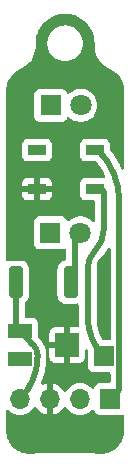
<source format=gbr>
%TF.GenerationSoftware,KiCad,Pcbnew,7.0.9*%
%TF.CreationDate,2025-01-15T18:40:25+09:00*%
%TF.ProjectId,line_short_robt2,6c696e65-5f73-4686-9f72-745f726f6274,rev?*%
%TF.SameCoordinates,Original*%
%TF.FileFunction,Copper,L1,Top*%
%TF.FilePolarity,Positive*%
%FSLAX46Y46*%
G04 Gerber Fmt 4.6, Leading zero omitted, Abs format (unit mm)*
G04 Created by KiCad (PCBNEW 7.0.9) date 2025-01-15 18:40:25*
%MOMM*%
%LPD*%
G01*
G04 APERTURE LIST*
G04 Aperture macros list*
%AMRoundRect*
0 Rectangle with rounded corners*
0 $1 Rounding radius*
0 $2 $3 $4 $5 $6 $7 $8 $9 X,Y pos of 4 corners*
0 Add a 4 corners polygon primitive as box body*
4,1,4,$2,$3,$4,$5,$6,$7,$8,$9,$2,$3,0*
0 Add four circle primitives for the rounded corners*
1,1,$1+$1,$2,$3*
1,1,$1+$1,$4,$5*
1,1,$1+$1,$6,$7*
1,1,$1+$1,$8,$9*
0 Add four rect primitives between the rounded corners*
20,1,$1+$1,$2,$3,$4,$5,0*
20,1,$1+$1,$4,$5,$6,$7,0*
20,1,$1+$1,$6,$7,$8,$9,0*
20,1,$1+$1,$8,$9,$2,$3,0*%
G04 Aperture macros list end*
%TA.AperFunction,ComponentPad*%
%ADD10R,1.800000X1.800000*%
%TD*%
%TA.AperFunction,ComponentPad*%
%ADD11C,1.800000*%
%TD*%
%TA.AperFunction,SMDPad,CuDef*%
%ADD12R,1.500000X0.900000*%
%TD*%
%TA.AperFunction,ComponentPad*%
%ADD13R,1.700000X1.700000*%
%TD*%
%TA.AperFunction,ComponentPad*%
%ADD14O,1.700000X1.700000*%
%TD*%
%TA.AperFunction,SMDPad,CuDef*%
%ADD15RoundRect,0.250000X-0.362500X-1.075000X0.362500X-1.075000X0.362500X1.075000X-0.362500X1.075000X0*%
%TD*%
%TA.AperFunction,SMDPad,CuDef*%
%ADD16R,2.000000X1.300000*%
%TD*%
%TA.AperFunction,SMDPad,CuDef*%
%ADD17R,2.000000X2.000000*%
%TD*%
%TA.AperFunction,ViaPad*%
%ADD18C,0.800000*%
%TD*%
%TA.AperFunction,Conductor*%
%ADD19C,0.500000*%
%TD*%
G04 APERTURE END LIST*
D10*
%TO.P,Q1,1,C*%
%TO.N,+3.3V*%
X129655000Y-64040000D03*
D11*
%TO.P,Q1,2,E*%
%TO.N,Net-(Q1-E)*%
X132195000Y-64040000D03*
%TD*%
D12*
%TO.P,D1,1,DOUT*%
%TO.N,unconnected-(D1-DOUT-Pad1)*%
X128510000Y-67820000D03*
%TO.P,D1,2,GND*%
%TO.N,GND*%
X128510000Y-71120000D03*
%TO.P,D1,3,VDD*%
%TO.N,+5V*%
X133410000Y-71120000D03*
%TO.P,D1,4,DIN*%
%TO.N,/PWM*%
X133410000Y-67820000D03*
%TD*%
D10*
%TO.P,Q2,1,C*%
%TO.N,+3.3V*%
X129635000Y-74840000D03*
D11*
%TO.P,Q2,2,E*%
%TO.N,Net-(Q1-E)*%
X132175000Y-74840000D03*
%TD*%
D13*
%TO.P,J1,1,Pin_1*%
%TO.N,/PWM*%
X134675000Y-88900000D03*
D14*
%TO.P,J1,2,Pin_2*%
%TO.N,+3.3V*%
X132135000Y-88900000D03*
%TO.P,J1,3,Pin_3*%
%TO.N,GND*%
X129595000Y-88900000D03*
%TO.P,J1,4,Pin_4*%
%TO.N,/S*%
X127055000Y-88900000D03*
%TD*%
D15*
%TO.P,R1,1*%
%TO.N,/S*%
X126712500Y-79000000D03*
%TO.P,R1,2*%
%TO.N,Net-(Q1-E)*%
X131337500Y-79000000D03*
%TD*%
D13*
%TO.P,J2,1,Pin_1*%
%TO.N,+5V*%
X134150000Y-85275000D03*
%TD*%
D16*
%TO.P,RV1,1,1*%
%TO.N,unconnected-(RV1-Pad1)*%
X127050000Y-85475000D03*
D17*
%TO.P,RV1,2,2*%
%TO.N,GND*%
X131050000Y-84325000D03*
D16*
%TO.P,RV1,3,3*%
%TO.N,/S*%
X127050000Y-83175000D03*
%TD*%
D18*
%TO.N,GND*%
X127030000Y-75030000D03*
X129140000Y-91840000D03*
X134850000Y-63890000D03*
X133010000Y-91890000D03*
X131210000Y-81840000D03*
X130260000Y-86900000D03*
X134200000Y-79580000D03*
X131090000Y-69510000D03*
X127050000Y-63810000D03*
X128290000Y-69480000D03*
X134140000Y-82180000D03*
%TD*%
D19*
%TO.N,+5V*%
X134140000Y-71350000D02*
X133858000Y-71068000D01*
X132790000Y-81991767D02*
X132790000Y-77822127D01*
X134140000Y-74562964D02*
X134140000Y-71350000D01*
X133385512Y-76384544D02*
G75*
G03*
X134140000Y-74562964I-1821612J1821544D01*
G01*
X133385465Y-76384497D02*
G75*
G03*
X132790000Y-77822127I1437635J-1437603D01*
G01*
X132790025Y-81991767D02*
G75*
G03*
X134150000Y-85275000I4643075J-33D01*
G01*
%TO.N,/PWM*%
X135470000Y-88105000D02*
X134675000Y-88900000D01*
X133410000Y-67820000D02*
X133665082Y-67820000D01*
X135470000Y-72177357D02*
X135470000Y-88105000D01*
X135470040Y-72177357D02*
G75*
G03*
X133665082Y-67820000I-6162140J-43D01*
G01*
%TO.N,/S*%
X126710000Y-82835000D02*
X126710000Y-79002500D01*
X128540005Y-85314897D02*
X128540006Y-85188157D01*
X126710000Y-79002500D02*
X126712500Y-79000000D01*
X127050000Y-83175000D02*
X126710000Y-82835000D01*
X128170089Y-84295089D02*
X127050000Y-83175000D01*
X127055026Y-88900026D02*
G75*
G03*
X128540005Y-85314897I-3585226J3585126D01*
G01*
X128539963Y-85188157D02*
G75*
G03*
X128170089Y-84295089I-1262963J57D01*
G01*
%TO.N,Net-(Q1-E)*%
X131720000Y-75295000D02*
X132175000Y-74840000D01*
X131337500Y-79000000D02*
X131720000Y-78617500D01*
X131720000Y-78617500D02*
X131720000Y-75295000D01*
%TD*%
%TA.AperFunction,Conductor*%
%TO.N,GND*%
G36*
X129845000Y-90230633D02*
G01*
X130058483Y-90173433D01*
X130058492Y-90173429D01*
X130272578Y-90073600D01*
X130466082Y-89938105D01*
X130633105Y-89771082D01*
X130763119Y-89585405D01*
X130817696Y-89541781D01*
X130887195Y-89534588D01*
X130949549Y-89566110D01*
X130966269Y-89585405D01*
X131096505Y-89771401D01*
X131263599Y-89938495D01*
X131360384Y-90006265D01*
X131457165Y-90074032D01*
X131457167Y-90074033D01*
X131457170Y-90074035D01*
X131671337Y-90173903D01*
X131899592Y-90235063D01*
X132076034Y-90250500D01*
X132134999Y-90255659D01*
X132135000Y-90255659D01*
X132135001Y-90255659D01*
X132193966Y-90250500D01*
X132370408Y-90235063D01*
X132598663Y-90173903D01*
X132812830Y-90074035D01*
X133006401Y-89938495D01*
X133128329Y-89816566D01*
X133189648Y-89783084D01*
X133259340Y-89788068D01*
X133315274Y-89829939D01*
X133332189Y-89860917D01*
X133381202Y-89992328D01*
X133381206Y-89992335D01*
X133467452Y-90107544D01*
X133467455Y-90107547D01*
X133582664Y-90193793D01*
X133582671Y-90193797D01*
X133717517Y-90244091D01*
X133717516Y-90244091D01*
X133723525Y-90244737D01*
X133777127Y-90250500D01*
X135572872Y-90250499D01*
X135632483Y-90244091D01*
X135707167Y-90216236D01*
X135776859Y-90211252D01*
X135838182Y-90244737D01*
X135871666Y-90306061D01*
X135874500Y-90332418D01*
X135874500Y-91548048D01*
X135874377Y-91551945D01*
X135868512Y-91645100D01*
X135857692Y-91803701D01*
X135856736Y-91811113D01*
X135834434Y-91927950D01*
X135806904Y-92060797D01*
X135805154Y-92067391D01*
X135766872Y-92185136D01*
X135722973Y-92309015D01*
X135720625Y-92314724D01*
X135666957Y-92428691D01*
X135607337Y-92544116D01*
X135604586Y-92548905D01*
X135537188Y-92655024D01*
X135535563Y-92657455D01*
X135461955Y-92762101D01*
X135458997Y-92765973D01*
X135378564Y-92863112D01*
X135376207Y-92865797D01*
X135289318Y-92959213D01*
X135286338Y-92962206D01*
X135194233Y-93048606D01*
X135191057Y-93051389D01*
X135092313Y-93132117D01*
X135089483Y-93134298D01*
X134987371Y-93208394D01*
X134983317Y-93211099D01*
X134874225Y-93277851D01*
X134871697Y-93279317D01*
X134761465Y-93339820D01*
X134756510Y-93342259D01*
X134637519Y-93394389D01*
X134520362Y-93440672D01*
X134514515Y-93442652D01*
X134388081Y-93478555D01*
X134268141Y-93509243D01*
X134261448Y-93510568D01*
X134127073Y-93529568D01*
X134009086Y-93544361D01*
X134001630Y-93544843D01*
X133842611Y-93545518D01*
X133749330Y-93545424D01*
X133745426Y-93545297D01*
X133720228Y-93543682D01*
X133720200Y-93543686D01*
X133173648Y-93508731D01*
X132024699Y-93464677D01*
X130875000Y-93449989D01*
X129725301Y-93464677D01*
X128576352Y-93508731D01*
X128056709Y-93541965D01*
X128056673Y-93541956D01*
X128004575Y-93545297D01*
X128000670Y-93545424D01*
X127907388Y-93545518D01*
X127748361Y-93544843D01*
X127740904Y-93544361D01*
X127622950Y-93529571D01*
X127488541Y-93510566D01*
X127481848Y-93509241D01*
X127439512Y-93498409D01*
X127361951Y-93478564D01*
X127235477Y-93442649D01*
X127229631Y-93440669D01*
X127112503Y-93394399D01*
X126993474Y-93342252D01*
X126988520Y-93339814D01*
X126927490Y-93306317D01*
X126878300Y-93279318D01*
X126875807Y-93277872D01*
X126816995Y-93241885D01*
X126766675Y-93211093D01*
X126762622Y-93208389D01*
X126660524Y-93134305D01*
X126657693Y-93132123D01*
X126558932Y-93051381D01*
X126555756Y-93048598D01*
X126513477Y-93008937D01*
X126463648Y-92962194D01*
X126460699Y-92959232D01*
X126373791Y-92865797D01*
X126371434Y-92863112D01*
X126290995Y-92765965D01*
X126288044Y-92762101D01*
X126283809Y-92756081D01*
X126214389Y-92657388D01*
X126212842Y-92655074D01*
X126145412Y-92548905D01*
X126142665Y-92544121D01*
X126135626Y-92530495D01*
X126083035Y-92428675D01*
X126029375Y-92314725D01*
X126027033Y-92309034D01*
X125983123Y-92185122D01*
X125944844Y-92067392D01*
X125943097Y-92060811D01*
X125915565Y-91927950D01*
X125893263Y-91811113D01*
X125892307Y-91803713D01*
X125881484Y-91645066D01*
X125875623Y-91551946D01*
X125875500Y-91548050D01*
X125875500Y-89929758D01*
X125895185Y-89862719D01*
X125947989Y-89816964D01*
X126017147Y-89807020D01*
X126080703Y-89836045D01*
X126087181Y-89842077D01*
X126183599Y-89938495D01*
X126280384Y-90006265D01*
X126377165Y-90074032D01*
X126377167Y-90074033D01*
X126377170Y-90074035D01*
X126591337Y-90173903D01*
X126819592Y-90235063D01*
X126996034Y-90250500D01*
X127054999Y-90255659D01*
X127055000Y-90255659D01*
X127055001Y-90255659D01*
X127113966Y-90250500D01*
X127290408Y-90235063D01*
X127518663Y-90173903D01*
X127732830Y-90074035D01*
X127926401Y-89938495D01*
X128093495Y-89771401D01*
X128223730Y-89585405D01*
X128278307Y-89541781D01*
X128347805Y-89534587D01*
X128410160Y-89566110D01*
X128426879Y-89585405D01*
X128556890Y-89771078D01*
X128723917Y-89938105D01*
X128917421Y-90073600D01*
X129131507Y-90173429D01*
X129131516Y-90173433D01*
X129345000Y-90230634D01*
X129345000Y-89335501D01*
X129452685Y-89384680D01*
X129559237Y-89400000D01*
X129630763Y-89400000D01*
X129737315Y-89384680D01*
X129845000Y-89335501D01*
X129845000Y-90230633D01*
G37*
%TD.AperFunction*%
%TA.AperFunction,Conductor*%
G36*
X130950154Y-56270776D02*
G01*
X130954877Y-56271061D01*
X131106898Y-56280257D01*
X131110809Y-56280622D01*
X131252559Y-56298529D01*
X131255949Y-56299054D01*
X131410403Y-56327359D01*
X131414631Y-56328287D01*
X131552916Y-56363793D01*
X131555868Y-56364630D01*
X131705965Y-56411403D01*
X131710266Y-56412923D01*
X131842886Y-56465430D01*
X131845450Y-56466514D01*
X131988945Y-56531096D01*
X131993332Y-56533285D01*
X132119210Y-56602487D01*
X132255122Y-56684649D01*
X132259476Y-56687538D01*
X132375320Y-56771704D01*
X132403498Y-56793780D01*
X132500473Y-56869755D01*
X132504680Y-56873366D01*
X132608614Y-56970966D01*
X132721270Y-57083622D01*
X132725204Y-57087945D01*
X132815580Y-57197192D01*
X132914157Y-57323016D01*
X132917699Y-57328030D01*
X132928196Y-57344569D01*
X132993065Y-57446787D01*
X133006955Y-57469763D01*
X133076219Y-57584340D01*
X133079248Y-57589995D01*
X133111244Y-57657990D01*
X133138392Y-57715683D01*
X133204959Y-57863590D01*
X133207388Y-57869880D01*
X133249360Y-57999054D01*
X133298450Y-58156589D01*
X133300161Y-58163422D01*
X133324280Y-58289855D01*
X133355261Y-58458917D01*
X133356155Y-58466206D01*
X133362030Y-58559588D01*
X133374387Y-58763863D01*
X133374500Y-58767608D01*
X133374500Y-59006256D01*
X133374447Y-59006436D01*
X133374498Y-59112388D01*
X133374535Y-59189674D01*
X133382882Y-59252617D01*
X133409249Y-59451460D01*
X133409250Y-59451464D01*
X133478073Y-59706425D01*
X133579814Y-59950131D01*
X133712701Y-60178344D01*
X133762229Y-60242276D01*
X133874435Y-60387114D01*
X134062205Y-60572813D01*
X134272753Y-60732221D01*
X134386109Y-60796555D01*
X134502426Y-60862570D01*
X134502432Y-60862573D01*
X134577797Y-60893099D01*
X134622460Y-60911190D01*
X134622915Y-60911374D01*
X134626626Y-60913021D01*
X134679964Y-60938808D01*
X134798888Y-60997500D01*
X134869655Y-61032425D01*
X134876301Y-61036234D01*
X134971362Y-61098806D01*
X135102342Y-61189739D01*
X135107588Y-61193813D01*
X135201041Y-61274784D01*
X135310892Y-61378183D01*
X135314797Y-61382209D01*
X135398110Y-61476243D01*
X135400394Y-61478976D01*
X135491217Y-61594243D01*
X135493927Y-61597958D01*
X135564637Y-61702840D01*
X135567064Y-61706745D01*
X135639869Y-61834185D01*
X135641545Y-61837326D01*
X135659392Y-61873223D01*
X135697468Y-61949814D01*
X135699739Y-61954954D01*
X135754392Y-62095552D01*
X135761704Y-62116928D01*
X135794411Y-62212560D01*
X135796220Y-62218951D01*
X135831391Y-62374450D01*
X135853754Y-62486079D01*
X135854793Y-62493673D01*
X135870263Y-62701960D01*
X135874365Y-62764116D01*
X135874500Y-62768200D01*
X135874500Y-69345902D01*
X135854815Y-69412941D01*
X135802011Y-69458696D01*
X135732853Y-69468640D01*
X135669297Y-69439615D01*
X135637707Y-69397415D01*
X135493245Y-69081104D01*
X135493244Y-69081102D01*
X135256591Y-68647724D01*
X135243623Y-68627547D01*
X134989622Y-68232330D01*
X134989622Y-68232329D01*
X134693709Y-67837055D01*
X134693705Y-67837050D01*
X134690779Y-67833673D01*
X134661760Y-67770115D01*
X134660499Y-67752478D01*
X134660499Y-67322129D01*
X134660498Y-67322123D01*
X134660497Y-67322116D01*
X134654091Y-67262517D01*
X134603796Y-67127669D01*
X134603795Y-67127668D01*
X134603793Y-67127664D01*
X134517547Y-67012455D01*
X134517544Y-67012452D01*
X134402335Y-66926206D01*
X134402328Y-66926202D01*
X134267482Y-66875908D01*
X134267483Y-66875908D01*
X134207883Y-66869501D01*
X134207881Y-66869500D01*
X134207873Y-66869500D01*
X134207864Y-66869500D01*
X132612129Y-66869500D01*
X132612123Y-66869501D01*
X132552516Y-66875908D01*
X132417671Y-66926202D01*
X132417664Y-66926206D01*
X132302455Y-67012452D01*
X132302452Y-67012455D01*
X132216206Y-67127664D01*
X132216202Y-67127671D01*
X132165908Y-67262517D01*
X132159501Y-67322116D01*
X132159501Y-67322123D01*
X132159500Y-67322135D01*
X132159500Y-68317870D01*
X132159501Y-68317876D01*
X132165908Y-68377483D01*
X132216202Y-68512328D01*
X132216206Y-68512335D01*
X132302452Y-68627544D01*
X132302455Y-68627547D01*
X132417664Y-68713793D01*
X132417671Y-68713797D01*
X132552517Y-68764091D01*
X132552516Y-68764091D01*
X132559444Y-68764835D01*
X132612127Y-68770500D01*
X133447684Y-68770499D01*
X133514723Y-68790183D01*
X133545061Y-68817729D01*
X133684433Y-68994511D01*
X133687296Y-68998452D01*
X133920676Y-69347715D01*
X133923209Y-69351848D01*
X134067532Y-69609544D01*
X134128468Y-69718348D01*
X134130679Y-69722687D01*
X134255570Y-69993584D01*
X134265761Y-70062707D01*
X134236964Y-70126366D01*
X134178322Y-70164351D01*
X134142961Y-70169500D01*
X132612129Y-70169500D01*
X132612123Y-70169501D01*
X132552516Y-70175908D01*
X132417671Y-70226202D01*
X132417664Y-70226206D01*
X132302455Y-70312452D01*
X132302452Y-70312455D01*
X132216206Y-70427664D01*
X132216202Y-70427671D01*
X132165908Y-70562517D01*
X132159501Y-70622116D01*
X132159500Y-70622135D01*
X132159500Y-71617870D01*
X132159501Y-71617876D01*
X132165908Y-71677483D01*
X132216202Y-71812328D01*
X132216206Y-71812335D01*
X132302452Y-71927544D01*
X132302455Y-71927547D01*
X132417664Y-72013793D01*
X132417671Y-72013797D01*
X132462618Y-72030561D01*
X132552517Y-72064091D01*
X132612127Y-72070500D01*
X133265500Y-72070499D01*
X133332539Y-72090183D01*
X133378294Y-72142987D01*
X133389500Y-72194499D01*
X133389500Y-73773688D01*
X133369815Y-73840727D01*
X133317011Y-73886482D01*
X133247853Y-73896426D01*
X133184297Y-73867401D01*
X133174270Y-73857671D01*
X133126781Y-73806084D01*
X133126777Y-73806081D01*
X132943634Y-73663535D01*
X132943628Y-73663531D01*
X132739504Y-73553064D01*
X132739495Y-73553061D01*
X132519984Y-73477702D01*
X132329450Y-73445908D01*
X132291049Y-73439500D01*
X132058951Y-73439500D01*
X132020550Y-73445908D01*
X131830015Y-73477702D01*
X131610504Y-73553061D01*
X131610495Y-73553064D01*
X131406371Y-73663531D01*
X131406365Y-73663535D01*
X131223222Y-73806081D01*
X131223218Y-73806085D01*
X131214866Y-73815158D01*
X131154979Y-73851148D01*
X131085141Y-73849047D01*
X131027525Y-73809522D01*
X131007455Y-73774507D01*
X130978797Y-73697671D01*
X130978793Y-73697664D01*
X130892547Y-73582455D01*
X130892544Y-73582452D01*
X130777335Y-73496206D01*
X130777328Y-73496202D01*
X130642482Y-73445908D01*
X130642483Y-73445908D01*
X130582883Y-73439501D01*
X130582881Y-73439500D01*
X130582873Y-73439500D01*
X130582864Y-73439500D01*
X128687129Y-73439500D01*
X128687123Y-73439501D01*
X128627516Y-73445908D01*
X128492671Y-73496202D01*
X128492664Y-73496206D01*
X128377455Y-73582452D01*
X128377452Y-73582455D01*
X128291206Y-73697664D01*
X128291202Y-73697671D01*
X128240908Y-73832517D01*
X128234501Y-73892116D01*
X128234500Y-73892135D01*
X128234500Y-75787870D01*
X128234501Y-75787876D01*
X128240908Y-75847483D01*
X128291202Y-75982328D01*
X128291206Y-75982335D01*
X128377452Y-76097544D01*
X128377455Y-76097547D01*
X128492664Y-76183793D01*
X128492671Y-76183797D01*
X128627517Y-76234091D01*
X128627516Y-76234091D01*
X128634444Y-76234835D01*
X128687127Y-76240500D01*
X130582872Y-76240499D01*
X130642483Y-76234091D01*
X130777331Y-76183796D01*
X130777334Y-76183793D01*
X130785114Y-76179546D01*
X130786776Y-76182590D01*
X130836584Y-76163981D01*
X130904865Y-76178794D01*
X130954298Y-76228171D01*
X130969500Y-76287660D01*
X130969500Y-77057975D01*
X130949815Y-77125014D01*
X130897011Y-77170769D01*
X130858104Y-77181333D01*
X130822201Y-77185001D01*
X130822200Y-77185001D01*
X130655668Y-77240185D01*
X130655663Y-77240187D01*
X130506342Y-77332289D01*
X130382289Y-77456342D01*
X130290187Y-77605663D01*
X130290186Y-77605666D01*
X130235001Y-77772203D01*
X130235001Y-77772204D01*
X130235000Y-77772204D01*
X130224500Y-77874983D01*
X130224500Y-80125001D01*
X130224501Y-80125018D01*
X130235000Y-80227796D01*
X130235001Y-80227799D01*
X130290185Y-80394331D01*
X130290186Y-80394334D01*
X130382288Y-80543656D01*
X130506344Y-80667712D01*
X130655666Y-80759814D01*
X130822203Y-80814999D01*
X130924991Y-80825500D01*
X131750008Y-80825499D01*
X131750016Y-80825498D01*
X131750019Y-80825498D01*
X131806302Y-80819748D01*
X131852797Y-80814999D01*
X131876495Y-80807145D01*
X131946324Y-80804744D01*
X132006366Y-80840475D01*
X132037559Y-80902996D01*
X132039500Y-80924852D01*
X132039500Y-82036799D01*
X132039524Y-82037647D01*
X132039524Y-82203684D01*
X132072775Y-82626208D01*
X132081548Y-82681603D01*
X132072593Y-82750896D01*
X132027597Y-82804348D01*
X131960845Y-82824987D01*
X131959075Y-82825000D01*
X131300000Y-82825000D01*
X131300000Y-85825000D01*
X132097828Y-85825000D01*
X132097844Y-85824999D01*
X132157372Y-85818598D01*
X132157379Y-85818596D01*
X132292086Y-85768354D01*
X132292093Y-85768350D01*
X132407187Y-85682190D01*
X132407190Y-85682187D01*
X132493350Y-85567093D01*
X132493354Y-85567086D01*
X132543596Y-85432379D01*
X132543598Y-85432372D01*
X132549999Y-85372844D01*
X132550000Y-85372827D01*
X132550000Y-84785636D01*
X132569685Y-84718597D01*
X132622489Y-84672842D01*
X132691647Y-84662898D01*
X132755203Y-84691923D01*
X132779727Y-84720847D01*
X132781230Y-84723298D01*
X132799500Y-84788084D01*
X132799500Y-86172870D01*
X132799501Y-86172876D01*
X132805908Y-86232483D01*
X132856202Y-86367328D01*
X132856206Y-86367335D01*
X132942452Y-86482544D01*
X132942455Y-86482547D01*
X133057664Y-86568793D01*
X133057671Y-86568797D01*
X133192517Y-86619091D01*
X133192516Y-86619091D01*
X133199444Y-86619835D01*
X133252127Y-86625500D01*
X134595500Y-86625499D01*
X134662539Y-86645184D01*
X134708294Y-86697987D01*
X134719500Y-86749499D01*
X134719500Y-87425500D01*
X134699815Y-87492539D01*
X134647011Y-87538294D01*
X134595500Y-87549500D01*
X133777129Y-87549500D01*
X133777123Y-87549501D01*
X133717516Y-87555908D01*
X133582671Y-87606202D01*
X133582664Y-87606206D01*
X133467455Y-87692452D01*
X133467452Y-87692455D01*
X133381206Y-87807664D01*
X133381203Y-87807669D01*
X133332189Y-87939083D01*
X133290317Y-87995016D01*
X133224853Y-88019433D01*
X133156580Y-88004581D01*
X133128326Y-87983430D01*
X133006402Y-87861506D01*
X133006395Y-87861501D01*
X132812834Y-87725967D01*
X132812830Y-87725965D01*
X132812828Y-87725964D01*
X132598663Y-87626097D01*
X132598659Y-87626096D01*
X132598655Y-87626094D01*
X132370413Y-87564938D01*
X132370403Y-87564936D01*
X132135001Y-87544341D01*
X132134999Y-87544341D01*
X131899596Y-87564936D01*
X131899586Y-87564938D01*
X131671344Y-87626094D01*
X131671335Y-87626098D01*
X131457171Y-87725964D01*
X131457169Y-87725965D01*
X131263597Y-87861505D01*
X131096508Y-88028594D01*
X130966269Y-88214595D01*
X130911692Y-88258219D01*
X130842193Y-88265412D01*
X130779839Y-88233890D01*
X130763119Y-88214594D01*
X130633113Y-88028926D01*
X130633108Y-88028920D01*
X130466082Y-87861894D01*
X130272578Y-87726399D01*
X130058492Y-87626570D01*
X130058486Y-87626567D01*
X129845000Y-87569364D01*
X129845000Y-88464498D01*
X129737315Y-88415320D01*
X129630763Y-88400000D01*
X129559237Y-88400000D01*
X129452685Y-88415320D01*
X129345000Y-88464498D01*
X129345000Y-87569364D01*
X129344999Y-87569364D01*
X129131513Y-87626567D01*
X129131502Y-87626571D01*
X129025197Y-87676142D01*
X128956119Y-87686634D01*
X128892336Y-87658114D01*
X128854097Y-87599637D01*
X128853543Y-87529769D01*
X128858228Y-87516317D01*
X128934962Y-87331064D01*
X128996115Y-87142851D01*
X129076299Y-86896066D01*
X129076299Y-86896065D01*
X129141254Y-86625500D01*
X129183071Y-86451317D01*
X129196374Y-86367328D01*
X129254621Y-85999555D01*
X129290505Y-85543591D01*
X129290505Y-85236016D01*
X129290506Y-85144454D01*
X129290505Y-85144445D01*
X129290505Y-85143338D01*
X129290465Y-85141941D01*
X129290469Y-85075117D01*
X129265158Y-84850390D01*
X129214845Y-84629910D01*
X129195634Y-84575000D01*
X129550000Y-84575000D01*
X129550000Y-85372844D01*
X129556401Y-85432372D01*
X129556403Y-85432379D01*
X129606645Y-85567086D01*
X129606649Y-85567093D01*
X129692809Y-85682187D01*
X129692812Y-85682190D01*
X129807906Y-85768350D01*
X129807913Y-85768354D01*
X129942620Y-85818596D01*
X129942627Y-85818598D01*
X130002155Y-85824999D01*
X130002172Y-85825000D01*
X130800000Y-85825000D01*
X130800000Y-84575000D01*
X129550000Y-84575000D01*
X129195634Y-84575000D01*
X129140163Y-84416450D01*
X129042050Y-84212693D01*
X128955540Y-84075000D01*
X129550000Y-84075000D01*
X130800000Y-84075000D01*
X130800000Y-82825000D01*
X130002155Y-82825000D01*
X129942627Y-82831401D01*
X129942620Y-82831403D01*
X129807913Y-82881645D01*
X129807906Y-82881649D01*
X129692812Y-82967809D01*
X129692809Y-82967812D01*
X129606649Y-83082906D01*
X129606645Y-83082913D01*
X129556403Y-83217620D01*
X129556401Y-83217627D01*
X129550000Y-83277155D01*
X129550000Y-84075000D01*
X128955540Y-84075000D01*
X128921741Y-84021203D01*
X128844630Y-83924500D01*
X128780747Y-83844385D01*
X128771779Y-83835417D01*
X128764892Y-83828530D01*
X128764851Y-83828483D01*
X128689641Y-83753273D01*
X128642859Y-83706487D01*
X128642818Y-83706450D01*
X128586818Y-83650450D01*
X128553333Y-83589127D01*
X128550499Y-83562769D01*
X128550499Y-82477129D01*
X128550498Y-82477123D01*
X128544091Y-82417516D01*
X128493797Y-82282671D01*
X128493793Y-82282664D01*
X128407547Y-82167455D01*
X128407544Y-82167452D01*
X128292335Y-82081206D01*
X128292328Y-82081202D01*
X128157482Y-82030908D01*
X128157483Y-82030908D01*
X128097883Y-82024501D01*
X128097881Y-82024500D01*
X128097873Y-82024500D01*
X128097865Y-82024500D01*
X127584500Y-82024500D01*
X127517461Y-82004815D01*
X127471706Y-81952011D01*
X127460500Y-81900500D01*
X127460500Y-80788209D01*
X127480185Y-80721170D01*
X127519402Y-80682671D01*
X127543656Y-80667712D01*
X127667712Y-80543656D01*
X127759814Y-80394334D01*
X127814999Y-80227797D01*
X127825500Y-80125009D01*
X127825499Y-77874992D01*
X127814999Y-77772203D01*
X127759814Y-77605666D01*
X127667712Y-77456344D01*
X127543656Y-77332288D01*
X127394334Y-77240186D01*
X127227797Y-77185001D01*
X127227795Y-77185000D01*
X127125010Y-77174500D01*
X126299998Y-77174500D01*
X126299980Y-77174501D01*
X126197203Y-77185000D01*
X126197200Y-77185001D01*
X126071489Y-77226658D01*
X126038503Y-77237589D01*
X125968676Y-77239991D01*
X125908634Y-77204259D01*
X125877441Y-77141739D01*
X125875500Y-77119883D01*
X125875500Y-71370000D01*
X127260000Y-71370000D01*
X127260000Y-71617844D01*
X127266401Y-71677372D01*
X127266403Y-71677379D01*
X127316645Y-71812086D01*
X127316649Y-71812093D01*
X127402809Y-71927187D01*
X127402812Y-71927190D01*
X127517906Y-72013350D01*
X127517913Y-72013354D01*
X127652620Y-72063596D01*
X127652627Y-72063598D01*
X127712155Y-72069999D01*
X127712172Y-72070000D01*
X128260000Y-72070000D01*
X128260000Y-71370000D01*
X128760000Y-71370000D01*
X128760000Y-72070000D01*
X129307828Y-72070000D01*
X129307844Y-72069999D01*
X129367372Y-72063598D01*
X129367379Y-72063596D01*
X129502086Y-72013354D01*
X129502093Y-72013350D01*
X129617187Y-71927190D01*
X129617190Y-71927187D01*
X129703350Y-71812093D01*
X129703354Y-71812086D01*
X129753596Y-71677379D01*
X129753598Y-71677372D01*
X129759999Y-71617844D01*
X129760000Y-71617827D01*
X129760000Y-71370000D01*
X128760000Y-71370000D01*
X128260000Y-71370000D01*
X127260000Y-71370000D01*
X125875500Y-71370000D01*
X125875500Y-70870000D01*
X127260000Y-70870000D01*
X128260000Y-70870000D01*
X128260000Y-70170000D01*
X128760000Y-70170000D01*
X128760000Y-70870000D01*
X129760000Y-70870000D01*
X129760000Y-70622172D01*
X129759999Y-70622155D01*
X129753598Y-70562627D01*
X129753596Y-70562620D01*
X129703354Y-70427913D01*
X129703350Y-70427906D01*
X129617190Y-70312812D01*
X129617187Y-70312809D01*
X129502093Y-70226649D01*
X129502086Y-70226645D01*
X129367379Y-70176403D01*
X129367372Y-70176401D01*
X129307844Y-70170000D01*
X128760000Y-70170000D01*
X128260000Y-70170000D01*
X127712155Y-70170000D01*
X127652627Y-70176401D01*
X127652620Y-70176403D01*
X127517913Y-70226645D01*
X127517906Y-70226649D01*
X127402812Y-70312809D01*
X127402809Y-70312812D01*
X127316649Y-70427906D01*
X127316645Y-70427913D01*
X127266403Y-70562620D01*
X127266401Y-70562627D01*
X127260000Y-70622155D01*
X127260000Y-70870000D01*
X125875500Y-70870000D01*
X125875500Y-68317870D01*
X127259500Y-68317870D01*
X127259501Y-68317876D01*
X127265908Y-68377483D01*
X127316202Y-68512328D01*
X127316206Y-68512335D01*
X127402452Y-68627544D01*
X127402455Y-68627547D01*
X127517664Y-68713793D01*
X127517671Y-68713797D01*
X127652517Y-68764091D01*
X127652516Y-68764091D01*
X127659444Y-68764835D01*
X127712127Y-68770500D01*
X129307872Y-68770499D01*
X129367483Y-68764091D01*
X129502331Y-68713796D01*
X129617546Y-68627546D01*
X129703796Y-68512331D01*
X129754091Y-68377483D01*
X129760500Y-68317873D01*
X129760499Y-67322128D01*
X129754091Y-67262517D01*
X129703796Y-67127669D01*
X129703795Y-67127668D01*
X129703793Y-67127664D01*
X129617547Y-67012455D01*
X129617544Y-67012452D01*
X129502335Y-66926206D01*
X129502328Y-66926202D01*
X129367482Y-66875908D01*
X129367483Y-66875908D01*
X129307883Y-66869501D01*
X129307881Y-66869500D01*
X129307873Y-66869500D01*
X129307864Y-66869500D01*
X127712129Y-66869500D01*
X127712123Y-66869501D01*
X127652516Y-66875908D01*
X127517671Y-66926202D01*
X127517664Y-66926206D01*
X127402455Y-67012452D01*
X127402452Y-67012455D01*
X127316206Y-67127664D01*
X127316202Y-67127671D01*
X127265908Y-67262517D01*
X127259501Y-67322116D01*
X127259501Y-67322123D01*
X127259500Y-67322135D01*
X127259500Y-68317870D01*
X125875500Y-68317870D01*
X125875500Y-64987870D01*
X128254500Y-64987870D01*
X128254501Y-64987876D01*
X128260908Y-65047483D01*
X128311202Y-65182328D01*
X128311206Y-65182335D01*
X128397452Y-65297544D01*
X128397455Y-65297547D01*
X128512664Y-65383793D01*
X128512671Y-65383797D01*
X128647517Y-65434091D01*
X128647516Y-65434091D01*
X128654444Y-65434835D01*
X128707127Y-65440500D01*
X130602872Y-65440499D01*
X130662483Y-65434091D01*
X130797331Y-65383796D01*
X130912546Y-65297546D01*
X130998796Y-65182331D01*
X131027455Y-65105493D01*
X131069326Y-65049559D01*
X131134790Y-65025141D01*
X131203063Y-65039992D01*
X131234866Y-65064843D01*
X131242302Y-65072920D01*
X131243215Y-65073912D01*
X131243222Y-65073918D01*
X131426365Y-65216464D01*
X131426371Y-65216468D01*
X131426374Y-65216470D01*
X131630497Y-65326936D01*
X131744487Y-65366068D01*
X131850015Y-65402297D01*
X131850017Y-65402297D01*
X131850019Y-65402298D01*
X132078951Y-65440500D01*
X132078952Y-65440500D01*
X132311048Y-65440500D01*
X132311049Y-65440500D01*
X132539981Y-65402298D01*
X132759503Y-65326936D01*
X132963626Y-65216470D01*
X133146784Y-65073913D01*
X133303979Y-64903153D01*
X133430924Y-64708849D01*
X133524157Y-64496300D01*
X133581134Y-64271305D01*
X133600300Y-64040000D01*
X133600300Y-64039993D01*
X133581135Y-63808702D01*
X133581133Y-63808691D01*
X133524157Y-63583699D01*
X133430924Y-63371151D01*
X133303983Y-63176852D01*
X133303980Y-63176849D01*
X133303979Y-63176847D01*
X133146784Y-63006087D01*
X133146779Y-63006083D01*
X133146777Y-63006081D01*
X132963634Y-62863535D01*
X132963628Y-62863531D01*
X132759504Y-62753064D01*
X132759495Y-62753061D01*
X132539984Y-62677702D01*
X132349450Y-62645908D01*
X132311049Y-62639500D01*
X132078951Y-62639500D01*
X132040550Y-62645908D01*
X131850015Y-62677702D01*
X131630504Y-62753061D01*
X131630495Y-62753064D01*
X131426371Y-62863531D01*
X131426365Y-62863535D01*
X131243222Y-63006081D01*
X131243218Y-63006085D01*
X131234866Y-63015158D01*
X131174979Y-63051148D01*
X131105141Y-63049047D01*
X131047525Y-63009522D01*
X131027455Y-62974507D01*
X130998797Y-62897671D01*
X130998793Y-62897664D01*
X130912547Y-62782455D01*
X130912544Y-62782452D01*
X130797335Y-62696206D01*
X130797328Y-62696202D01*
X130662482Y-62645908D01*
X130662483Y-62645908D01*
X130602883Y-62639501D01*
X130602881Y-62639500D01*
X130602873Y-62639500D01*
X130602864Y-62639500D01*
X128707129Y-62639500D01*
X128707123Y-62639501D01*
X128647516Y-62645908D01*
X128512671Y-62696202D01*
X128512664Y-62696206D01*
X128397455Y-62782452D01*
X128397452Y-62782455D01*
X128311206Y-62897664D01*
X128311202Y-62897671D01*
X128260908Y-63032517D01*
X128254501Y-63092116D01*
X128254500Y-63092135D01*
X128254500Y-64987870D01*
X125875500Y-64987870D01*
X125875500Y-62767774D01*
X125875635Y-62763691D01*
X125876856Y-62745168D01*
X125879442Y-62705991D01*
X125895266Y-62493208D01*
X125896298Y-62485666D01*
X125918145Y-62376620D01*
X125953919Y-62218453D01*
X125955728Y-62212068D01*
X125995147Y-62096811D01*
X125997211Y-62091499D01*
X126050518Y-61954361D01*
X126052759Y-61949290D01*
X126108027Y-61838121D01*
X126109659Y-61835062D01*
X126183360Y-61706054D01*
X126185717Y-61702264D01*
X126255661Y-61598518D01*
X126258313Y-61594883D01*
X126350272Y-61478174D01*
X126352458Y-61475560D01*
X126434799Y-61382622D01*
X126438672Y-61378631D01*
X126549945Y-61273891D01*
X126642022Y-61194112D01*
X126647222Y-61190073D01*
X126780480Y-61097560D01*
X126790267Y-61091118D01*
X126873342Y-61036435D01*
X126879958Y-61032644D01*
X127073634Y-60937035D01*
X127122923Y-60913206D01*
X127126765Y-60911508D01*
X127170802Y-60893803D01*
X127172129Y-60893099D01*
X127247550Y-60862550D01*
X127247548Y-60862550D01*
X127247560Y-60862546D01*
X127477231Y-60732198D01*
X127687777Y-60572792D01*
X127875544Y-60387096D01*
X128037274Y-60178330D01*
X128170161Y-59950118D01*
X128271898Y-59706420D01*
X128340722Y-59451463D01*
X128375437Y-59189672D01*
X128375500Y-59057631D01*
X128375500Y-59057131D01*
X128375500Y-58767607D01*
X128375557Y-58765734D01*
X129369357Y-58765734D01*
X129372786Y-58807119D01*
X129377029Y-58858319D01*
X129377350Y-58862186D01*
X129377562Y-58867309D01*
X129377562Y-58889811D01*
X129381265Y-58912012D01*
X129381899Y-58917095D01*
X129389891Y-59013546D01*
X129389891Y-59013548D01*
X129413654Y-59107387D01*
X129414705Y-59112402D01*
X129418407Y-59134584D01*
X129418409Y-59134592D01*
X129425714Y-59155871D01*
X129427176Y-59160783D01*
X129450935Y-59254604D01*
X129450939Y-59254617D01*
X129489815Y-59343245D01*
X129491677Y-59348016D01*
X129498986Y-59369306D01*
X129498988Y-59369309D01*
X129509698Y-59389101D01*
X129511948Y-59393705D01*
X129550827Y-59482338D01*
X129603764Y-59563364D01*
X129606388Y-59567768D01*
X129617095Y-59587553D01*
X129617098Y-59587558D01*
X129630926Y-59605325D01*
X129633903Y-59609495D01*
X129686834Y-59690512D01*
X129686838Y-59690517D01*
X129752393Y-59761730D01*
X129755706Y-59765641D01*
X129769522Y-59783392D01*
X129786080Y-59798635D01*
X129789694Y-59802249D01*
X129855256Y-59873468D01*
X129931651Y-59932929D01*
X129935547Y-59936229D01*
X129941913Y-59942090D01*
X129952099Y-59951467D01*
X129970936Y-59963774D01*
X129975102Y-59966748D01*
X130051491Y-60026204D01*
X130136640Y-60072284D01*
X130141001Y-60074883D01*
X130159855Y-60087201D01*
X130180494Y-60096254D01*
X130185033Y-60098473D01*
X130270190Y-60144558D01*
X130361754Y-60175992D01*
X130366489Y-60177839D01*
X130387116Y-60186887D01*
X130408932Y-60192411D01*
X130413816Y-60193865D01*
X130485089Y-60218333D01*
X130505385Y-60225301D01*
X130539189Y-60230941D01*
X130600866Y-60241233D01*
X130605879Y-60242285D01*
X130627676Y-60247805D01*
X130627678Y-60247805D01*
X130627685Y-60247807D01*
X130650125Y-60249666D01*
X130655169Y-60250294D01*
X130750665Y-60266230D01*
X130750666Y-60266230D01*
X130847448Y-60266230D01*
X130852561Y-60266441D01*
X130868415Y-60267755D01*
X130874998Y-60268301D01*
X130875000Y-60268301D01*
X130875002Y-60268301D01*
X130881584Y-60267755D01*
X130897438Y-60266441D01*
X130902552Y-60266230D01*
X130999330Y-60266230D01*
X130999335Y-60266230D01*
X131094851Y-60250291D01*
X131099862Y-60249667D01*
X131122315Y-60247807D01*
X131144153Y-60242276D01*
X131149105Y-60241238D01*
X131244614Y-60225301D01*
X131336198Y-60193859D01*
X131341042Y-60192418D01*
X131362884Y-60186887D01*
X131383500Y-60177843D01*
X131388234Y-60175995D01*
X131479810Y-60144558D01*
X131564975Y-60098468D01*
X131569505Y-60096254D01*
X131590145Y-60087201D01*
X131609008Y-60074876D01*
X131613337Y-60072296D01*
X131698509Y-60026204D01*
X131774931Y-59966722D01*
X131779018Y-59963803D01*
X131797898Y-59951469D01*
X131814466Y-59936217D01*
X131818341Y-59932934D01*
X131894744Y-59873468D01*
X131960313Y-59802240D01*
X131963897Y-59798655D01*
X131980477Y-59783393D01*
X131994320Y-59765606D01*
X131997581Y-59761756D01*
X132063164Y-59690515D01*
X132116127Y-59609448D01*
X132119053Y-59605350D01*
X132132902Y-59587558D01*
X132143623Y-59567746D01*
X132146233Y-59563366D01*
X132199173Y-59482337D01*
X132238061Y-59393680D01*
X132240299Y-59389105D01*
X132240301Y-59389101D01*
X132251014Y-59369306D01*
X132258336Y-59347976D01*
X132260162Y-59343294D01*
X132299063Y-59254611D01*
X132322826Y-59160771D01*
X132324278Y-59155892D01*
X132331592Y-59134589D01*
X132335296Y-59112388D01*
X132336340Y-59107407D01*
X132360108Y-59013551D01*
X132368104Y-58917051D01*
X132368733Y-58912012D01*
X132372438Y-58889811D01*
X132373088Y-58858319D01*
X132373283Y-58854542D01*
X132379822Y-58775632D01*
X132380643Y-58765732D01*
X132380643Y-58765727D01*
X132379339Y-58749998D01*
X132373284Y-58676920D01*
X132373088Y-58673137D01*
X132372438Y-58641649D01*
X132368733Y-58619444D01*
X132368103Y-58614396D01*
X132360108Y-58517909D01*
X132336341Y-58424057D01*
X132335295Y-58419064D01*
X132331592Y-58396873D01*
X132331591Y-58396870D01*
X132324283Y-58375580D01*
X132322825Y-58370682D01*
X132302376Y-58289933D01*
X132299063Y-58276849D01*
X132260174Y-58188191D01*
X132258329Y-58183464D01*
X132251014Y-58162154D01*
X132245045Y-58151126D01*
X132240298Y-58142352D01*
X132238052Y-58137759D01*
X132199173Y-58049123D01*
X132199173Y-58049122D01*
X132146231Y-57968088D01*
X132143607Y-57963684D01*
X132132904Y-57943907D01*
X132132902Y-57943902D01*
X132119080Y-57926143D01*
X132116102Y-57921972D01*
X132063166Y-57840948D01*
X132063165Y-57840947D01*
X132063164Y-57840945D01*
X132033241Y-57808440D01*
X131997606Y-57769729D01*
X131994295Y-57765820D01*
X131980477Y-57748067D01*
X131980473Y-57748062D01*
X131963919Y-57732823D01*
X131960301Y-57729206D01*
X131894744Y-57657992D01*
X131818352Y-57598534D01*
X131814444Y-57595223D01*
X131797898Y-57579991D01*
X131779063Y-57567685D01*
X131774897Y-57564711D01*
X131698509Y-57505256D01*
X131698508Y-57505255D01*
X131698505Y-57505253D01*
X131698503Y-57505252D01*
X131613385Y-57459189D01*
X131608981Y-57456565D01*
X131590145Y-57444259D01*
X131569547Y-57435224D01*
X131564940Y-57432972D01*
X131479811Y-57386902D01*
X131479802Y-57386899D01*
X131388259Y-57355472D01*
X131383484Y-57353609D01*
X131383312Y-57353533D01*
X131362884Y-57344573D01*
X131362880Y-57344572D01*
X131362878Y-57344571D01*
X131341076Y-57339049D01*
X131336166Y-57337588D01*
X131244614Y-57306159D01*
X131149138Y-57290226D01*
X131144123Y-57289174D01*
X131122312Y-57283652D01*
X131122316Y-57283652D01*
X131099895Y-57281795D01*
X131094810Y-57281161D01*
X130999336Y-57265230D01*
X130999335Y-57265230D01*
X130902541Y-57265230D01*
X130897427Y-57265018D01*
X130881555Y-57263703D01*
X130875002Y-57263160D01*
X130874998Y-57263160D01*
X130868444Y-57263703D01*
X130852572Y-57265018D01*
X130847459Y-57265230D01*
X130750665Y-57265230D01*
X130655188Y-57281161D01*
X130650103Y-57281795D01*
X130627688Y-57283652D01*
X130627683Y-57283653D01*
X130605880Y-57289174D01*
X130600866Y-57290225D01*
X130505382Y-57306159D01*
X130413834Y-57337586D01*
X130408927Y-57339047D01*
X130387126Y-57344569D01*
X130387116Y-57344573D01*
X130366510Y-57353611D01*
X130361738Y-57355472D01*
X130270194Y-57386900D01*
X130270183Y-57386905D01*
X130185062Y-57432970D01*
X130180458Y-57435221D01*
X130159854Y-57444259D01*
X130159845Y-57444264D01*
X130141023Y-57456561D01*
X130136621Y-57459185D01*
X130051492Y-57505254D01*
X130051489Y-57505257D01*
X129975106Y-57564707D01*
X129970938Y-57567684D01*
X129952099Y-57579993D01*
X129935542Y-57595233D01*
X129931635Y-57598542D01*
X129855255Y-57657992D01*
X129789697Y-57729206D01*
X129786075Y-57732828D01*
X129769529Y-57748060D01*
X129769514Y-57748076D01*
X129755699Y-57765824D01*
X129752390Y-57769731D01*
X129686836Y-57840945D01*
X129633901Y-57921966D01*
X129630925Y-57926134D01*
X129617099Y-57943900D01*
X129617094Y-57943907D01*
X129606386Y-57963694D01*
X129603763Y-57968095D01*
X129550828Y-58049120D01*
X129511953Y-58137745D01*
X129509704Y-58142345D01*
X129498985Y-58162154D01*
X129491676Y-58183444D01*
X129489814Y-58188217D01*
X129463724Y-58247697D01*
X129450939Y-58276846D01*
X129450936Y-58276852D01*
X129427177Y-58370672D01*
X129425716Y-58375580D01*
X129418408Y-58396870D01*
X129414705Y-58419057D01*
X129413654Y-58424072D01*
X129389891Y-58517908D01*
X129389891Y-58517912D01*
X129381898Y-58614364D01*
X129381265Y-58619444D01*
X129377562Y-58641649D01*
X129377562Y-58664149D01*
X129377350Y-58669265D01*
X129376713Y-58676958D01*
X129369357Y-58765724D01*
X129369357Y-58765734D01*
X128375557Y-58765734D01*
X128375613Y-58763863D01*
X128383005Y-58641649D01*
X128387974Y-58559507D01*
X128390591Y-58517908D01*
X128393845Y-58466185D01*
X128394735Y-58458931D01*
X128425736Y-58289761D01*
X128449841Y-58163405D01*
X128451541Y-58156616D01*
X128500665Y-57998970D01*
X128542614Y-57869868D01*
X128545031Y-57863609D01*
X128611619Y-57715656D01*
X128670766Y-57589964D01*
X128673763Y-57584369D01*
X128756948Y-57446763D01*
X128832317Y-57328002D01*
X128835824Y-57323039D01*
X128934427Y-57197181D01*
X129024814Y-57087922D01*
X129028707Y-57083644D01*
X129141401Y-56970950D01*
X129245339Y-56873347D01*
X129249514Y-56869764D01*
X129374695Y-56771692D01*
X129490528Y-56687534D01*
X129494861Y-56684658D01*
X129630800Y-56602480D01*
X129756696Y-56533269D01*
X129761033Y-56531105D01*
X129904580Y-56466500D01*
X129907081Y-56465443D01*
X130039750Y-56412916D01*
X130044017Y-56411408D01*
X130194152Y-56364624D01*
X130197062Y-56363798D01*
X130335379Y-56328284D01*
X130339595Y-56327359D01*
X130494049Y-56299054D01*
X130497429Y-56298530D01*
X130639195Y-56280621D01*
X130643096Y-56280257D01*
X130795410Y-56271044D01*
X130799846Y-56270776D01*
X130803589Y-56270663D01*
X130946411Y-56270663D01*
X130950154Y-56270776D01*
G37*
%TD.AperFunction*%
%TA.AperFunction,Conductor*%
G36*
X134668920Y-76111297D02*
G01*
X134711290Y-76166854D01*
X134719500Y-76211225D01*
X134719500Y-83800500D01*
X134699815Y-83867539D01*
X134647011Y-83913294D01*
X134595500Y-83924500D01*
X134130203Y-83924500D01*
X134063164Y-83904815D01*
X134020214Y-83857757D01*
X133990408Y-83800500D01*
X133906485Y-83639287D01*
X133904203Y-83634392D01*
X133776317Y-83325653D01*
X133774466Y-83320567D01*
X133673976Y-83001856D01*
X133672578Y-82996642D01*
X133600244Y-82670364D01*
X133599309Y-82665063D01*
X133555687Y-82333714D01*
X133555218Y-82328357D01*
X133541954Y-82024500D01*
X133540500Y-81991192D01*
X133540501Y-81912892D01*
X133540500Y-81912887D01*
X133540500Y-77901002D01*
X133540501Y-77900998D01*
X133540500Y-77824554D01*
X133540691Y-77819689D01*
X133544427Y-77772204D01*
X133555523Y-77631192D01*
X133558564Y-77611989D01*
X133600992Y-77435254D01*
X133607000Y-77416762D01*
X133676556Y-77248834D01*
X133685383Y-77231508D01*
X133780352Y-77076531D01*
X133791783Y-77060799D01*
X133914023Y-76917670D01*
X133917329Y-76914094D01*
X133921615Y-76909807D01*
X134031762Y-76799657D01*
X134239108Y-76546996D01*
X134420691Y-76275228D01*
X134486141Y-76152773D01*
X134535102Y-76102929D01*
X134603239Y-76087467D01*
X134668920Y-76111297D01*
G37*
%TD.AperFunction*%
%TD*%
M02*

</source>
